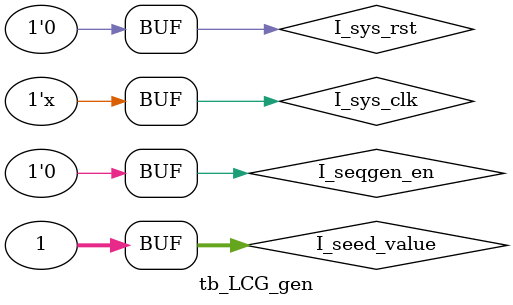
<source format=v>
`timescale 1ns / 1ps
module tb_LCG_gen();
    
reg                    					I_sys_clk            ='d0	; //system clock
reg                    					I_sys_rst            ='d1	; //system reset,active high

reg                    					I_seqgen_en          ='d0	; //sequence data generate enable, active high
reg   				[31:00]          	I_seed_value         ='d0	; //seed value, range: [2^31 - 2] 

wire                   					O_seq_dvld           		; //sequence data valid
wire    			[31:00]       		O_seq_data           		;  //sequence data
LCG_gen #(
    .Q                					( 32						) //number of bits used to represent integer random numbers
)LCG_gen
(
	.I_sys_clk            				( I_sys_clk					), //system clock
	.I_sys_rst            				( I_sys_rst					), //system reset,active high

	.I_seqgen_en          				( I_seqgen_en				), //sequence data generate enable, active high
	.I_seed_value         				( I_seed_value				),  //seed value, range: [2^31 - 2] 

	.O_seq_dvld           				( O_seq_dvld				), //sequence data valid
	.O_seq_data           				( O_seq_data				)   //sequence data
);
always #5 I_sys_clk = ~I_sys_clk;

initial begin
	#100
	I_sys_rst = 'd0;
	#100
	I_seed_value = 1;
	#100
	I_seqgen_en = 1;
	
	#1_000
	I_seqgen_en = 0;
    #100
    I_seqgen_en = 1;
	#1_000
    I_seqgen_en = 0;
end



endmodule

</source>
